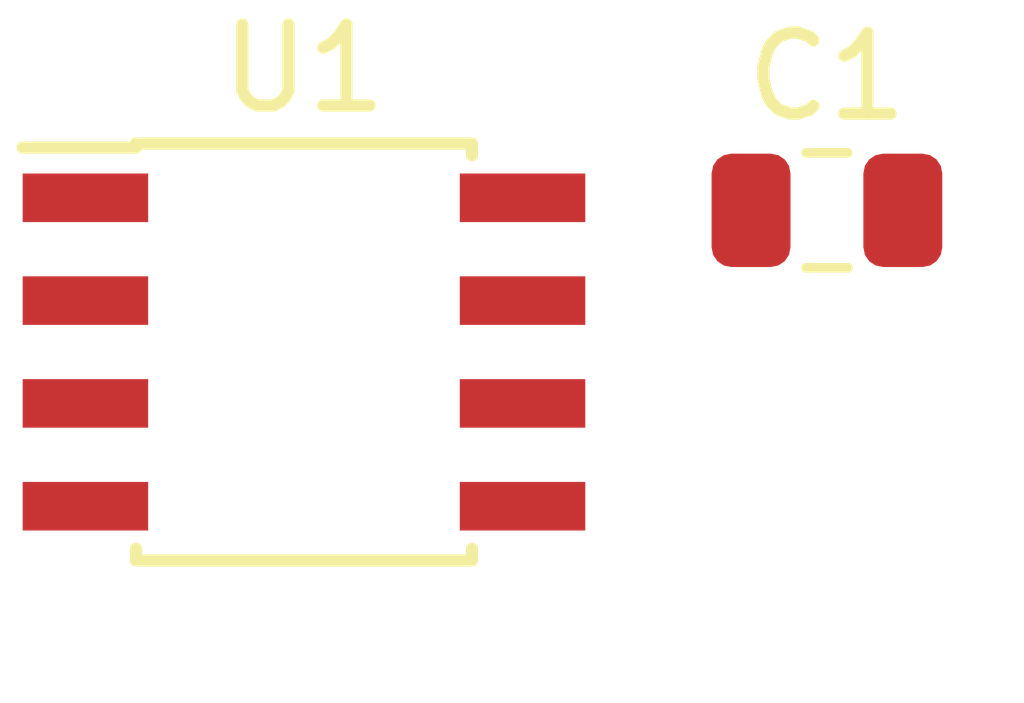
<source format=kicad_pcb>
(kicad_pcb (version 20171130) (host pcbnew "(5.1.0)-1")

  (general
    (thickness 1.6)
    (drawings 0)
    (tracks 0)
    (zones 0)
    (modules 2)
    (nets 6)
  )

  (page A4)
  (layers
    (0 F.Cu signal)
    (31 B.Cu signal)
    (32 B.Adhes user)
    (33 F.Adhes user)
    (34 B.Paste user)
    (35 F.Paste user)
    (36 B.SilkS user)
    (37 F.SilkS user)
    (38 B.Mask user)
    (39 F.Mask user)
    (40 Dwgs.User user)
    (41 Cmts.User user)
    (42 Eco1.User user)
    (43 Eco2.User user)
    (44 Edge.Cuts user)
    (45 Margin user)
    (46 B.CrtYd user)
    (47 F.CrtYd user)
    (48 B.Fab user)
    (49 F.Fab user)
  )

  (setup
    (last_trace_width 0.25)
    (trace_clearance 0.2)
    (zone_clearance 0.508)
    (zone_45_only no)
    (trace_min 0.2)
    (via_size 0.8)
    (via_drill 0.4)
    (via_min_size 0.4)
    (via_min_drill 0.3)
    (uvia_size 0.3)
    (uvia_drill 0.1)
    (uvias_allowed no)
    (uvia_min_size 0.2)
    (uvia_min_drill 0.1)
    (edge_width 0.05)
    (segment_width 0.2)
    (pcb_text_width 0.3)
    (pcb_text_size 1.5 1.5)
    (mod_edge_width 0.12)
    (mod_text_size 1 1)
    (mod_text_width 0.15)
    (pad_size 1.524 1.524)
    (pad_drill 0.762)
    (pad_to_mask_clearance 0.051)
    (solder_mask_min_width 0.25)
    (aux_axis_origin 0 0)
    (visible_elements FFFFFF7F)
    (pcbplotparams
      (layerselection 0x010fc_ffffffff)
      (usegerberextensions false)
      (usegerberattributes false)
      (usegerberadvancedattributes false)
      (creategerberjobfile false)
      (excludeedgelayer true)
      (linewidth 0.100000)
      (plotframeref false)
      (viasonmask false)
      (mode 1)
      (useauxorigin false)
      (hpglpennumber 1)
      (hpglpenspeed 20)
      (hpglpendiameter 15.000000)
      (psnegative false)
      (psa4output false)
      (plotreference true)
      (plotvalue true)
      (plotinvisibletext false)
      (padsonsilk false)
      (subtractmaskfromsilk false)
      (outputformat 1)
      (mirror false)
      (drillshape 1)
      (scaleselection 1)
      (outputdirectory ""))
  )

  (net 0 "")
  (net 1 GND)
  (net 2 +5V)
  (net 3 "Net-(U1-Pad3)")
  (net 4 "Net-(U1-Pad2)")
  (net 5 "Net-(U1-Pad1)")

  (net_class Default "Dies ist die voreingestellte Netzklasse."
    (clearance 0.2)
    (trace_width 0.25)
    (via_dia 0.8)
    (via_drill 0.4)
    (uvia_dia 0.3)
    (uvia_drill 0.1)
    (add_net +5V)
    (add_net GND)
    (add_net "Net-(U1-Pad1)")
    (add_net "Net-(U1-Pad2)")
    (add_net "Net-(U1-Pad3)")
  )

  (module Package_SO:SOIC-8_3.9x4.9mm_P1.27mm (layer F.Cu) (tedit 5A02F2D3) (tstamp 5D26F61D)
    (at 104.792 124.178)
    (descr "8-Lead Plastic Small Outline (SN) - Narrow, 3.90 mm Body [SOIC] (see Microchip Packaging Specification http://ww1.microchip.com/downloads/en/PackagingSpec/00000049BQ.pdf)")
    (tags "SOIC 1.27")
    (path /5D27010F)
    (attr smd)
    (fp_text reference U1 (at 0 -3.5) (layer F.SilkS)
      (effects (font (size 1 1) (thickness 0.15)))
    )
    (fp_text value AD8552 (at 0 3.5) (layer F.Fab)
      (effects (font (size 1 1) (thickness 0.15)))
    )
    (fp_line (start -2.075 -2.525) (end -3.475 -2.525) (layer F.SilkS) (width 0.15))
    (fp_line (start -2.075 2.575) (end 2.075 2.575) (layer F.SilkS) (width 0.15))
    (fp_line (start -2.075 -2.575) (end 2.075 -2.575) (layer F.SilkS) (width 0.15))
    (fp_line (start -2.075 2.575) (end -2.075 2.43) (layer F.SilkS) (width 0.15))
    (fp_line (start 2.075 2.575) (end 2.075 2.43) (layer F.SilkS) (width 0.15))
    (fp_line (start 2.075 -2.575) (end 2.075 -2.43) (layer F.SilkS) (width 0.15))
    (fp_line (start -2.075 -2.575) (end -2.075 -2.525) (layer F.SilkS) (width 0.15))
    (fp_line (start -3.73 2.7) (end 3.73 2.7) (layer F.CrtYd) (width 0.05))
    (fp_line (start -3.73 -2.7) (end 3.73 -2.7) (layer F.CrtYd) (width 0.05))
    (fp_line (start 3.73 -2.7) (end 3.73 2.7) (layer F.CrtYd) (width 0.05))
    (fp_line (start -3.73 -2.7) (end -3.73 2.7) (layer F.CrtYd) (width 0.05))
    (fp_line (start -1.95 -1.45) (end -0.95 -2.45) (layer F.Fab) (width 0.1))
    (fp_line (start -1.95 2.45) (end -1.95 -1.45) (layer F.Fab) (width 0.1))
    (fp_line (start 1.95 2.45) (end -1.95 2.45) (layer F.Fab) (width 0.1))
    (fp_line (start 1.95 -2.45) (end 1.95 2.45) (layer F.Fab) (width 0.1))
    (fp_line (start -0.95 -2.45) (end 1.95 -2.45) (layer F.Fab) (width 0.1))
    (fp_text user %R (at 0 0) (layer F.Fab)
      (effects (font (size 1 1) (thickness 0.15)))
    )
    (pad 8 smd rect (at 2.7 -1.905) (size 1.55 0.6) (layers F.Cu F.Paste F.Mask)
      (net 2 +5V))
    (pad 7 smd rect (at 2.7 -0.635) (size 1.55 0.6) (layers F.Cu F.Paste F.Mask))
    (pad 6 smd rect (at 2.7 0.635) (size 1.55 0.6) (layers F.Cu F.Paste F.Mask))
    (pad 5 smd rect (at 2.7 1.905) (size 1.55 0.6) (layers F.Cu F.Paste F.Mask))
    (pad 4 smd rect (at -2.7 1.905) (size 1.55 0.6) (layers F.Cu F.Paste F.Mask)
      (net 1 GND))
    (pad 3 smd rect (at -2.7 0.635) (size 1.55 0.6) (layers F.Cu F.Paste F.Mask)
      (net 3 "Net-(U1-Pad3)"))
    (pad 2 smd rect (at -2.7 -0.635) (size 1.55 0.6) (layers F.Cu F.Paste F.Mask)
      (net 4 "Net-(U1-Pad2)"))
    (pad 1 smd rect (at -2.7 -1.905) (size 1.55 0.6) (layers F.Cu F.Paste F.Mask)
      (net 5 "Net-(U1-Pad1)"))
    (model ${KISYS3DMOD}/Package_SO.3dshapes/SOIC-8_3.9x4.9mm_P1.27mm.wrl
      (at (xyz 0 0 0))
      (scale (xyz 1 1 1))
      (rotate (xyz 0 0 0))
    )
  )

  (module Capacitor_SMD:C_0805_2012Metric (layer F.Cu) (tedit 5B36C52B) (tstamp 5D26F600)
    (at 111.252 122.428)
    (descr "Capacitor SMD 0805 (2012 Metric), square (rectangular) end terminal, IPC_7351 nominal, (Body size source: https://docs.google.com/spreadsheets/d/1BsfQQcO9C6DZCsRaXUlFlo91Tg2WpOkGARC1WS5S8t0/edit?usp=sharing), generated with kicad-footprint-generator")
    (tags capacitor)
    (path /5D27824F)
    (attr smd)
    (fp_text reference C1 (at 0 -1.65) (layer F.SilkS)
      (effects (font (size 1 1) (thickness 0.15)))
    )
    (fp_text value 100nF (at 0 1.65) (layer F.Fab)
      (effects (font (size 1 1) (thickness 0.15)))
    )
    (fp_text user %R (at 0 0) (layer F.Fab)
      (effects (font (size 0.5 0.5) (thickness 0.08)))
    )
    (fp_line (start 1.68 0.95) (end -1.68 0.95) (layer F.CrtYd) (width 0.05))
    (fp_line (start 1.68 -0.95) (end 1.68 0.95) (layer F.CrtYd) (width 0.05))
    (fp_line (start -1.68 -0.95) (end 1.68 -0.95) (layer F.CrtYd) (width 0.05))
    (fp_line (start -1.68 0.95) (end -1.68 -0.95) (layer F.CrtYd) (width 0.05))
    (fp_line (start -0.258578 0.71) (end 0.258578 0.71) (layer F.SilkS) (width 0.12))
    (fp_line (start -0.258578 -0.71) (end 0.258578 -0.71) (layer F.SilkS) (width 0.12))
    (fp_line (start 1 0.6) (end -1 0.6) (layer F.Fab) (width 0.1))
    (fp_line (start 1 -0.6) (end 1 0.6) (layer F.Fab) (width 0.1))
    (fp_line (start -1 -0.6) (end 1 -0.6) (layer F.Fab) (width 0.1))
    (fp_line (start -1 0.6) (end -1 -0.6) (layer F.Fab) (width 0.1))
    (pad 2 smd roundrect (at 0.9375 0) (size 0.975 1.4) (layers F.Cu F.Paste F.Mask) (roundrect_rratio 0.25)
      (net 1 GND))
    (pad 1 smd roundrect (at -0.9375 0) (size 0.975 1.4) (layers F.Cu F.Paste F.Mask) (roundrect_rratio 0.25)
      (net 2 +5V))
    (model ${KISYS3DMOD}/Capacitor_SMD.3dshapes/C_0805_2012Metric.wrl
      (at (xyz 0 0 0))
      (scale (xyz 1 1 1))
      (rotate (xyz 0 0 0))
    )
  )

)

</source>
